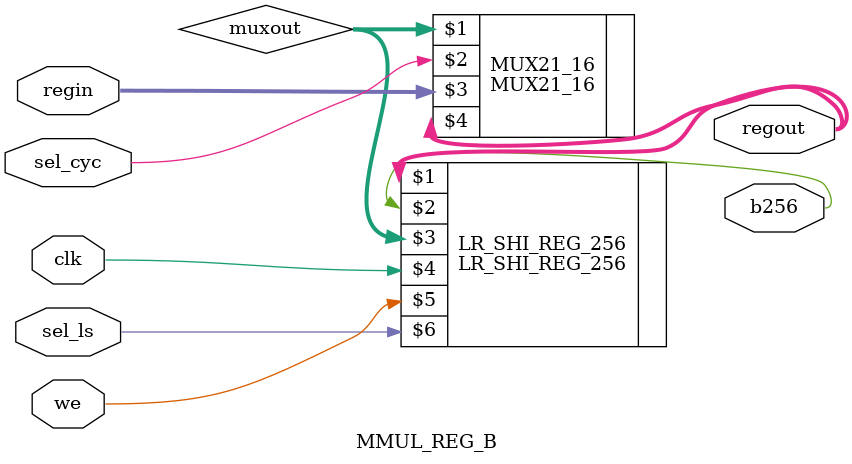
<source format=v>
module  MMUL_REG_B(regout,b256,regin,clk,we,sel_cyc,sel_ls);
  output [15:0] regout;
  output b256;
  input [15:0] regin;
  input  clk,we,sel_cyc,sel_ls;
  wire [15:0] muxout;        

  MUX21_16  MUX21_16(muxout,sel_cyc,regin,regout);//sel_cyc=0,select regin;sel_cyc=1,select regout.
  LR_SHI_REG_256  LR_SHI_REG_256(regout,b256,muxout,clk,we,sel_ls);//sel_ls=0,select muxout;sel_ls=1,select left shift.
endmodule
</source>
